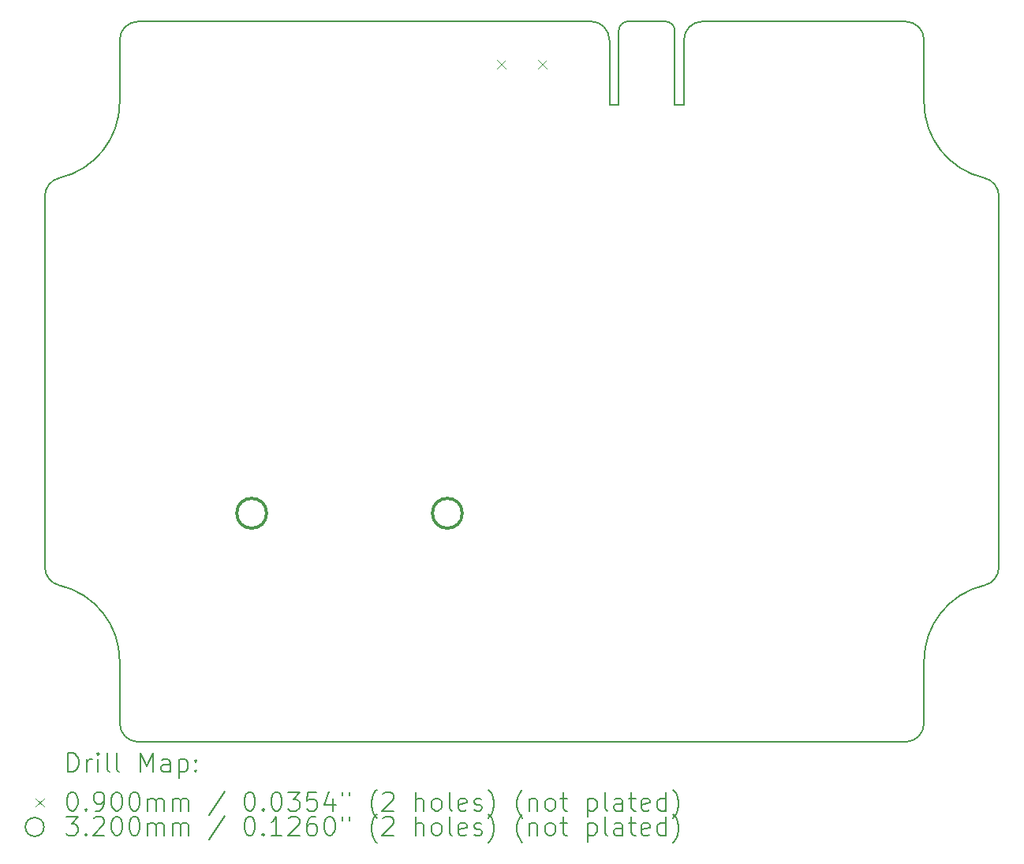
<source format=gbr>
%TF.GenerationSoftware,KiCad,Pcbnew,(6.0.8)*%
%TF.CreationDate,2023-04-20T14:40:46+02:00*%
%TF.ProjectId,scheda PSE,73636865-6461-4205-9053-452e6b696361,rev?*%
%TF.SameCoordinates,Original*%
%TF.FileFunction,Drillmap*%
%TF.FilePolarity,Positive*%
%FSLAX45Y45*%
G04 Gerber Fmt 4.5, Leading zero omitted, Abs format (unit mm)*
G04 Created by KiCad (PCBNEW (6.0.8)) date 2023-04-20 14:40:46*
%MOMM*%
%LPD*%
G01*
G04 APERTURE LIST*
%ADD10C,0.200000*%
%ADD11C,0.090000*%
%ADD12C,0.320000*%
G04 APERTURE END LIST*
D10*
X16290000Y-5830980D02*
X11433598Y-5830980D01*
X16590000Y-6730980D02*
X16590000Y-5930980D01*
X17090000Y-5830980D02*
X16690000Y-5830980D01*
X16490000Y-6030980D02*
X16490000Y-6730980D01*
X19666402Y-13569022D02*
G75*
G03*
X19866402Y-13369020I-2J200002D01*
G01*
X10430980Y-9700000D02*
X10430980Y-7707459D01*
X16490000Y-6030980D02*
G75*
G03*
X16290000Y-5830980I-200000J0D01*
G01*
X16690000Y-5830980D02*
G75*
G03*
X16590000Y-5930980I0J-100000D01*
G01*
X11233598Y-12700000D02*
X11233598Y-13369020D01*
X19666402Y-5830980D02*
X17490000Y-5830980D01*
X20669020Y-11692541D02*
X20669020Y-9700000D01*
X11433598Y-5830978D02*
G75*
G03*
X11233598Y-6030980I2J-200002D01*
G01*
X20669021Y-7707459D02*
G75*
G03*
X20513714Y-7512517I-200001J-1D01*
G01*
X19866402Y-13369020D02*
X19866402Y-12700000D01*
X17190000Y-6730980D02*
X17290000Y-6730980D01*
X10586286Y-7512517D02*
G75*
G03*
X11233598Y-6700000I-186286J812517D01*
G01*
X10586286Y-7512518D02*
G75*
G03*
X10430980Y-7707459I44694J-194942D01*
G01*
X17190000Y-5930980D02*
X17190000Y-6730980D01*
X11233598Y-6700000D02*
X11233598Y-6030980D01*
X10430979Y-11692541D02*
G75*
G03*
X10586286Y-11887483I200001J1D01*
G01*
X17290000Y-6730980D02*
X17290000Y-6030980D01*
X20669020Y-7707459D02*
X20669020Y-9700000D01*
X20513714Y-11887482D02*
G75*
G03*
X20669020Y-11692541I-44694J194942D01*
G01*
X20513714Y-11887483D02*
G75*
G03*
X19866402Y-12700000I186286J-812517D01*
G01*
X17190000Y-5930980D02*
G75*
G03*
X17090000Y-5830980I-100000J0D01*
G01*
X11433598Y-13569020D02*
X19666402Y-13569020D01*
X16490000Y-6730980D02*
X16590000Y-6730980D01*
X19866400Y-6030980D02*
G75*
G03*
X19666402Y-5830980I-200000J0D01*
G01*
X10430980Y-9700000D02*
X10430980Y-11692541D01*
X11233600Y-13369020D02*
G75*
G03*
X11433598Y-13569020I200000J0D01*
G01*
X17490000Y-5830980D02*
G75*
G03*
X17290000Y-6030980I0J-200000D01*
G01*
X19866402Y-6700000D02*
G75*
G03*
X20513714Y-7512517I833598J0D01*
G01*
X19866402Y-6030980D02*
X19866402Y-6700000D01*
X11233598Y-12700000D02*
G75*
G03*
X10586286Y-11887483I-833598J0D01*
G01*
D11*
X15285640Y-6246700D02*
X15375640Y-6336700D01*
X15375640Y-6246700D02*
X15285640Y-6336700D01*
X15725640Y-6246700D02*
X15815640Y-6336700D01*
X15815640Y-6246700D02*
X15725640Y-6336700D01*
D12*
X12810442Y-11113535D02*
G75*
G03*
X12810442Y-11113535I-160000J0D01*
G01*
X14910442Y-11113535D02*
G75*
G03*
X14910442Y-11113535I-160000J0D01*
G01*
D10*
X10678599Y-13889496D02*
X10678599Y-13689496D01*
X10726218Y-13689496D01*
X10754790Y-13699020D01*
X10773838Y-13718067D01*
X10783361Y-13737115D01*
X10792885Y-13775210D01*
X10792885Y-13803781D01*
X10783361Y-13841877D01*
X10773838Y-13860924D01*
X10754790Y-13879972D01*
X10726218Y-13889496D01*
X10678599Y-13889496D01*
X10878599Y-13889496D02*
X10878599Y-13756162D01*
X10878599Y-13794258D02*
X10888123Y-13775210D01*
X10897647Y-13765686D01*
X10916695Y-13756162D01*
X10935742Y-13756162D01*
X11002409Y-13889496D02*
X11002409Y-13756162D01*
X11002409Y-13689496D02*
X10992885Y-13699020D01*
X11002409Y-13708543D01*
X11011933Y-13699020D01*
X11002409Y-13689496D01*
X11002409Y-13708543D01*
X11126218Y-13889496D02*
X11107171Y-13879972D01*
X11097647Y-13860924D01*
X11097647Y-13689496D01*
X11230980Y-13889496D02*
X11211933Y-13879972D01*
X11202409Y-13860924D01*
X11202409Y-13689496D01*
X11459552Y-13889496D02*
X11459552Y-13689496D01*
X11526218Y-13832353D01*
X11592885Y-13689496D01*
X11592885Y-13889496D01*
X11773837Y-13889496D02*
X11773837Y-13784734D01*
X11764314Y-13765686D01*
X11745266Y-13756162D01*
X11707171Y-13756162D01*
X11688123Y-13765686D01*
X11773837Y-13879972D02*
X11754790Y-13889496D01*
X11707171Y-13889496D01*
X11688123Y-13879972D01*
X11678599Y-13860924D01*
X11678599Y-13841877D01*
X11688123Y-13822829D01*
X11707171Y-13813305D01*
X11754790Y-13813305D01*
X11773837Y-13803781D01*
X11869076Y-13756162D02*
X11869076Y-13956162D01*
X11869076Y-13765686D02*
X11888123Y-13756162D01*
X11926218Y-13756162D01*
X11945266Y-13765686D01*
X11954790Y-13775210D01*
X11964314Y-13794258D01*
X11964314Y-13851400D01*
X11954790Y-13870448D01*
X11945266Y-13879972D01*
X11926218Y-13889496D01*
X11888123Y-13889496D01*
X11869076Y-13879972D01*
X12050028Y-13870448D02*
X12059552Y-13879972D01*
X12050028Y-13889496D01*
X12040504Y-13879972D01*
X12050028Y-13870448D01*
X12050028Y-13889496D01*
X12050028Y-13765686D02*
X12059552Y-13775210D01*
X12050028Y-13784734D01*
X12040504Y-13775210D01*
X12050028Y-13765686D01*
X12050028Y-13784734D01*
D11*
X10330980Y-14174020D02*
X10420980Y-14264020D01*
X10420980Y-14174020D02*
X10330980Y-14264020D01*
D10*
X10716695Y-14109496D02*
X10735742Y-14109496D01*
X10754790Y-14119020D01*
X10764314Y-14128543D01*
X10773838Y-14147591D01*
X10783361Y-14185686D01*
X10783361Y-14233305D01*
X10773838Y-14271400D01*
X10764314Y-14290448D01*
X10754790Y-14299972D01*
X10735742Y-14309496D01*
X10716695Y-14309496D01*
X10697647Y-14299972D01*
X10688123Y-14290448D01*
X10678599Y-14271400D01*
X10669076Y-14233305D01*
X10669076Y-14185686D01*
X10678599Y-14147591D01*
X10688123Y-14128543D01*
X10697647Y-14119020D01*
X10716695Y-14109496D01*
X10869076Y-14290448D02*
X10878599Y-14299972D01*
X10869076Y-14309496D01*
X10859552Y-14299972D01*
X10869076Y-14290448D01*
X10869076Y-14309496D01*
X10973838Y-14309496D02*
X11011933Y-14309496D01*
X11030980Y-14299972D01*
X11040504Y-14290448D01*
X11059552Y-14261877D01*
X11069076Y-14223781D01*
X11069076Y-14147591D01*
X11059552Y-14128543D01*
X11050028Y-14119020D01*
X11030980Y-14109496D01*
X10992885Y-14109496D01*
X10973838Y-14119020D01*
X10964314Y-14128543D01*
X10954790Y-14147591D01*
X10954790Y-14195210D01*
X10964314Y-14214258D01*
X10973838Y-14223781D01*
X10992885Y-14233305D01*
X11030980Y-14233305D01*
X11050028Y-14223781D01*
X11059552Y-14214258D01*
X11069076Y-14195210D01*
X11192885Y-14109496D02*
X11211933Y-14109496D01*
X11230980Y-14119020D01*
X11240504Y-14128543D01*
X11250028Y-14147591D01*
X11259552Y-14185686D01*
X11259552Y-14233305D01*
X11250028Y-14271400D01*
X11240504Y-14290448D01*
X11230980Y-14299972D01*
X11211933Y-14309496D01*
X11192885Y-14309496D01*
X11173838Y-14299972D01*
X11164314Y-14290448D01*
X11154790Y-14271400D01*
X11145266Y-14233305D01*
X11145266Y-14185686D01*
X11154790Y-14147591D01*
X11164314Y-14128543D01*
X11173838Y-14119020D01*
X11192885Y-14109496D01*
X11383361Y-14109496D02*
X11402409Y-14109496D01*
X11421456Y-14119020D01*
X11430980Y-14128543D01*
X11440504Y-14147591D01*
X11450028Y-14185686D01*
X11450028Y-14233305D01*
X11440504Y-14271400D01*
X11430980Y-14290448D01*
X11421456Y-14299972D01*
X11402409Y-14309496D01*
X11383361Y-14309496D01*
X11364314Y-14299972D01*
X11354790Y-14290448D01*
X11345266Y-14271400D01*
X11335742Y-14233305D01*
X11335742Y-14185686D01*
X11345266Y-14147591D01*
X11354790Y-14128543D01*
X11364314Y-14119020D01*
X11383361Y-14109496D01*
X11535742Y-14309496D02*
X11535742Y-14176162D01*
X11535742Y-14195210D02*
X11545266Y-14185686D01*
X11564314Y-14176162D01*
X11592885Y-14176162D01*
X11611933Y-14185686D01*
X11621456Y-14204734D01*
X11621456Y-14309496D01*
X11621456Y-14204734D02*
X11630980Y-14185686D01*
X11650028Y-14176162D01*
X11678599Y-14176162D01*
X11697647Y-14185686D01*
X11707171Y-14204734D01*
X11707171Y-14309496D01*
X11802409Y-14309496D02*
X11802409Y-14176162D01*
X11802409Y-14195210D02*
X11811933Y-14185686D01*
X11830980Y-14176162D01*
X11859552Y-14176162D01*
X11878599Y-14185686D01*
X11888123Y-14204734D01*
X11888123Y-14309496D01*
X11888123Y-14204734D02*
X11897647Y-14185686D01*
X11916695Y-14176162D01*
X11945266Y-14176162D01*
X11964314Y-14185686D01*
X11973837Y-14204734D01*
X11973837Y-14309496D01*
X12364314Y-14099972D02*
X12192885Y-14357115D01*
X12621456Y-14109496D02*
X12640504Y-14109496D01*
X12659552Y-14119020D01*
X12669076Y-14128543D01*
X12678599Y-14147591D01*
X12688123Y-14185686D01*
X12688123Y-14233305D01*
X12678599Y-14271400D01*
X12669076Y-14290448D01*
X12659552Y-14299972D01*
X12640504Y-14309496D01*
X12621456Y-14309496D01*
X12602409Y-14299972D01*
X12592885Y-14290448D01*
X12583361Y-14271400D01*
X12573837Y-14233305D01*
X12573837Y-14185686D01*
X12583361Y-14147591D01*
X12592885Y-14128543D01*
X12602409Y-14119020D01*
X12621456Y-14109496D01*
X12773837Y-14290448D02*
X12783361Y-14299972D01*
X12773837Y-14309496D01*
X12764314Y-14299972D01*
X12773837Y-14290448D01*
X12773837Y-14309496D01*
X12907171Y-14109496D02*
X12926218Y-14109496D01*
X12945266Y-14119020D01*
X12954790Y-14128543D01*
X12964314Y-14147591D01*
X12973837Y-14185686D01*
X12973837Y-14233305D01*
X12964314Y-14271400D01*
X12954790Y-14290448D01*
X12945266Y-14299972D01*
X12926218Y-14309496D01*
X12907171Y-14309496D01*
X12888123Y-14299972D01*
X12878599Y-14290448D01*
X12869076Y-14271400D01*
X12859552Y-14233305D01*
X12859552Y-14185686D01*
X12869076Y-14147591D01*
X12878599Y-14128543D01*
X12888123Y-14119020D01*
X12907171Y-14109496D01*
X13040504Y-14109496D02*
X13164314Y-14109496D01*
X13097647Y-14185686D01*
X13126218Y-14185686D01*
X13145266Y-14195210D01*
X13154790Y-14204734D01*
X13164314Y-14223781D01*
X13164314Y-14271400D01*
X13154790Y-14290448D01*
X13145266Y-14299972D01*
X13126218Y-14309496D01*
X13069076Y-14309496D01*
X13050028Y-14299972D01*
X13040504Y-14290448D01*
X13345266Y-14109496D02*
X13250028Y-14109496D01*
X13240504Y-14204734D01*
X13250028Y-14195210D01*
X13269076Y-14185686D01*
X13316695Y-14185686D01*
X13335742Y-14195210D01*
X13345266Y-14204734D01*
X13354790Y-14223781D01*
X13354790Y-14271400D01*
X13345266Y-14290448D01*
X13335742Y-14299972D01*
X13316695Y-14309496D01*
X13269076Y-14309496D01*
X13250028Y-14299972D01*
X13240504Y-14290448D01*
X13526218Y-14176162D02*
X13526218Y-14309496D01*
X13478599Y-14099972D02*
X13430980Y-14242829D01*
X13554790Y-14242829D01*
X13621456Y-14109496D02*
X13621456Y-14147591D01*
X13697647Y-14109496D02*
X13697647Y-14147591D01*
X13992885Y-14385686D02*
X13983361Y-14376162D01*
X13964314Y-14347591D01*
X13954790Y-14328543D01*
X13945266Y-14299972D01*
X13935742Y-14252353D01*
X13935742Y-14214258D01*
X13945266Y-14166639D01*
X13954790Y-14138067D01*
X13964314Y-14119020D01*
X13983361Y-14090448D01*
X13992885Y-14080924D01*
X14059552Y-14128543D02*
X14069076Y-14119020D01*
X14088123Y-14109496D01*
X14135742Y-14109496D01*
X14154790Y-14119020D01*
X14164314Y-14128543D01*
X14173837Y-14147591D01*
X14173837Y-14166639D01*
X14164314Y-14195210D01*
X14050028Y-14309496D01*
X14173837Y-14309496D01*
X14411933Y-14309496D02*
X14411933Y-14109496D01*
X14497647Y-14309496D02*
X14497647Y-14204734D01*
X14488123Y-14185686D01*
X14469076Y-14176162D01*
X14440504Y-14176162D01*
X14421456Y-14185686D01*
X14411933Y-14195210D01*
X14621456Y-14309496D02*
X14602409Y-14299972D01*
X14592885Y-14290448D01*
X14583361Y-14271400D01*
X14583361Y-14214258D01*
X14592885Y-14195210D01*
X14602409Y-14185686D01*
X14621456Y-14176162D01*
X14650028Y-14176162D01*
X14669076Y-14185686D01*
X14678599Y-14195210D01*
X14688123Y-14214258D01*
X14688123Y-14271400D01*
X14678599Y-14290448D01*
X14669076Y-14299972D01*
X14650028Y-14309496D01*
X14621456Y-14309496D01*
X14802409Y-14309496D02*
X14783361Y-14299972D01*
X14773837Y-14280924D01*
X14773837Y-14109496D01*
X14954790Y-14299972D02*
X14935742Y-14309496D01*
X14897647Y-14309496D01*
X14878599Y-14299972D01*
X14869076Y-14280924D01*
X14869076Y-14204734D01*
X14878599Y-14185686D01*
X14897647Y-14176162D01*
X14935742Y-14176162D01*
X14954790Y-14185686D01*
X14964314Y-14204734D01*
X14964314Y-14223781D01*
X14869076Y-14242829D01*
X15040504Y-14299972D02*
X15059552Y-14309496D01*
X15097647Y-14309496D01*
X15116695Y-14299972D01*
X15126218Y-14280924D01*
X15126218Y-14271400D01*
X15116695Y-14252353D01*
X15097647Y-14242829D01*
X15069076Y-14242829D01*
X15050028Y-14233305D01*
X15040504Y-14214258D01*
X15040504Y-14204734D01*
X15050028Y-14185686D01*
X15069076Y-14176162D01*
X15097647Y-14176162D01*
X15116695Y-14185686D01*
X15192885Y-14385686D02*
X15202409Y-14376162D01*
X15221456Y-14347591D01*
X15230980Y-14328543D01*
X15240504Y-14299972D01*
X15250028Y-14252353D01*
X15250028Y-14214258D01*
X15240504Y-14166639D01*
X15230980Y-14138067D01*
X15221456Y-14119020D01*
X15202409Y-14090448D01*
X15192885Y-14080924D01*
X15554790Y-14385686D02*
X15545266Y-14376162D01*
X15526218Y-14347591D01*
X15516695Y-14328543D01*
X15507171Y-14299972D01*
X15497647Y-14252353D01*
X15497647Y-14214258D01*
X15507171Y-14166639D01*
X15516695Y-14138067D01*
X15526218Y-14119020D01*
X15545266Y-14090448D01*
X15554790Y-14080924D01*
X15630980Y-14176162D02*
X15630980Y-14309496D01*
X15630980Y-14195210D02*
X15640504Y-14185686D01*
X15659552Y-14176162D01*
X15688123Y-14176162D01*
X15707171Y-14185686D01*
X15716695Y-14204734D01*
X15716695Y-14309496D01*
X15840504Y-14309496D02*
X15821456Y-14299972D01*
X15811933Y-14290448D01*
X15802409Y-14271400D01*
X15802409Y-14214258D01*
X15811933Y-14195210D01*
X15821456Y-14185686D01*
X15840504Y-14176162D01*
X15869076Y-14176162D01*
X15888123Y-14185686D01*
X15897647Y-14195210D01*
X15907171Y-14214258D01*
X15907171Y-14271400D01*
X15897647Y-14290448D01*
X15888123Y-14299972D01*
X15869076Y-14309496D01*
X15840504Y-14309496D01*
X15964314Y-14176162D02*
X16040504Y-14176162D01*
X15992885Y-14109496D02*
X15992885Y-14280924D01*
X16002409Y-14299972D01*
X16021456Y-14309496D01*
X16040504Y-14309496D01*
X16259552Y-14176162D02*
X16259552Y-14376162D01*
X16259552Y-14185686D02*
X16278599Y-14176162D01*
X16316695Y-14176162D01*
X16335742Y-14185686D01*
X16345266Y-14195210D01*
X16354790Y-14214258D01*
X16354790Y-14271400D01*
X16345266Y-14290448D01*
X16335742Y-14299972D01*
X16316695Y-14309496D01*
X16278599Y-14309496D01*
X16259552Y-14299972D01*
X16469076Y-14309496D02*
X16450028Y-14299972D01*
X16440504Y-14280924D01*
X16440504Y-14109496D01*
X16630980Y-14309496D02*
X16630980Y-14204734D01*
X16621456Y-14185686D01*
X16602409Y-14176162D01*
X16564314Y-14176162D01*
X16545266Y-14185686D01*
X16630980Y-14299972D02*
X16611933Y-14309496D01*
X16564314Y-14309496D01*
X16545266Y-14299972D01*
X16535742Y-14280924D01*
X16535742Y-14261877D01*
X16545266Y-14242829D01*
X16564314Y-14233305D01*
X16611933Y-14233305D01*
X16630980Y-14223781D01*
X16697647Y-14176162D02*
X16773837Y-14176162D01*
X16726218Y-14109496D02*
X16726218Y-14280924D01*
X16735742Y-14299972D01*
X16754790Y-14309496D01*
X16773837Y-14309496D01*
X16916695Y-14299972D02*
X16897647Y-14309496D01*
X16859552Y-14309496D01*
X16840504Y-14299972D01*
X16830980Y-14280924D01*
X16830980Y-14204734D01*
X16840504Y-14185686D01*
X16859552Y-14176162D01*
X16897647Y-14176162D01*
X16916695Y-14185686D01*
X16926218Y-14204734D01*
X16926218Y-14223781D01*
X16830980Y-14242829D01*
X17097647Y-14309496D02*
X17097647Y-14109496D01*
X17097647Y-14299972D02*
X17078599Y-14309496D01*
X17040504Y-14309496D01*
X17021457Y-14299972D01*
X17011933Y-14290448D01*
X17002409Y-14271400D01*
X17002409Y-14214258D01*
X17011933Y-14195210D01*
X17021457Y-14185686D01*
X17040504Y-14176162D01*
X17078599Y-14176162D01*
X17097647Y-14185686D01*
X17173838Y-14385686D02*
X17183361Y-14376162D01*
X17202409Y-14347591D01*
X17211933Y-14328543D01*
X17221457Y-14299972D01*
X17230980Y-14252353D01*
X17230980Y-14214258D01*
X17221457Y-14166639D01*
X17211933Y-14138067D01*
X17202409Y-14119020D01*
X17183361Y-14090448D01*
X17173838Y-14080924D01*
X10420980Y-14483020D02*
G75*
G03*
X10420980Y-14483020I-100000J0D01*
G01*
X10659552Y-14373496D02*
X10783361Y-14373496D01*
X10716695Y-14449686D01*
X10745266Y-14449686D01*
X10764314Y-14459210D01*
X10773838Y-14468734D01*
X10783361Y-14487781D01*
X10783361Y-14535400D01*
X10773838Y-14554448D01*
X10764314Y-14563972D01*
X10745266Y-14573496D01*
X10688123Y-14573496D01*
X10669076Y-14563972D01*
X10659552Y-14554448D01*
X10869076Y-14554448D02*
X10878599Y-14563972D01*
X10869076Y-14573496D01*
X10859552Y-14563972D01*
X10869076Y-14554448D01*
X10869076Y-14573496D01*
X10954790Y-14392543D02*
X10964314Y-14383020D01*
X10983361Y-14373496D01*
X11030980Y-14373496D01*
X11050028Y-14383020D01*
X11059552Y-14392543D01*
X11069076Y-14411591D01*
X11069076Y-14430639D01*
X11059552Y-14459210D01*
X10945266Y-14573496D01*
X11069076Y-14573496D01*
X11192885Y-14373496D02*
X11211933Y-14373496D01*
X11230980Y-14383020D01*
X11240504Y-14392543D01*
X11250028Y-14411591D01*
X11259552Y-14449686D01*
X11259552Y-14497305D01*
X11250028Y-14535400D01*
X11240504Y-14554448D01*
X11230980Y-14563972D01*
X11211933Y-14573496D01*
X11192885Y-14573496D01*
X11173838Y-14563972D01*
X11164314Y-14554448D01*
X11154790Y-14535400D01*
X11145266Y-14497305D01*
X11145266Y-14449686D01*
X11154790Y-14411591D01*
X11164314Y-14392543D01*
X11173838Y-14383020D01*
X11192885Y-14373496D01*
X11383361Y-14373496D02*
X11402409Y-14373496D01*
X11421456Y-14383020D01*
X11430980Y-14392543D01*
X11440504Y-14411591D01*
X11450028Y-14449686D01*
X11450028Y-14497305D01*
X11440504Y-14535400D01*
X11430980Y-14554448D01*
X11421456Y-14563972D01*
X11402409Y-14573496D01*
X11383361Y-14573496D01*
X11364314Y-14563972D01*
X11354790Y-14554448D01*
X11345266Y-14535400D01*
X11335742Y-14497305D01*
X11335742Y-14449686D01*
X11345266Y-14411591D01*
X11354790Y-14392543D01*
X11364314Y-14383020D01*
X11383361Y-14373496D01*
X11535742Y-14573496D02*
X11535742Y-14440162D01*
X11535742Y-14459210D02*
X11545266Y-14449686D01*
X11564314Y-14440162D01*
X11592885Y-14440162D01*
X11611933Y-14449686D01*
X11621456Y-14468734D01*
X11621456Y-14573496D01*
X11621456Y-14468734D02*
X11630980Y-14449686D01*
X11650028Y-14440162D01*
X11678599Y-14440162D01*
X11697647Y-14449686D01*
X11707171Y-14468734D01*
X11707171Y-14573496D01*
X11802409Y-14573496D02*
X11802409Y-14440162D01*
X11802409Y-14459210D02*
X11811933Y-14449686D01*
X11830980Y-14440162D01*
X11859552Y-14440162D01*
X11878599Y-14449686D01*
X11888123Y-14468734D01*
X11888123Y-14573496D01*
X11888123Y-14468734D02*
X11897647Y-14449686D01*
X11916695Y-14440162D01*
X11945266Y-14440162D01*
X11964314Y-14449686D01*
X11973837Y-14468734D01*
X11973837Y-14573496D01*
X12364314Y-14363972D02*
X12192885Y-14621115D01*
X12621456Y-14373496D02*
X12640504Y-14373496D01*
X12659552Y-14383020D01*
X12669076Y-14392543D01*
X12678599Y-14411591D01*
X12688123Y-14449686D01*
X12688123Y-14497305D01*
X12678599Y-14535400D01*
X12669076Y-14554448D01*
X12659552Y-14563972D01*
X12640504Y-14573496D01*
X12621456Y-14573496D01*
X12602409Y-14563972D01*
X12592885Y-14554448D01*
X12583361Y-14535400D01*
X12573837Y-14497305D01*
X12573837Y-14449686D01*
X12583361Y-14411591D01*
X12592885Y-14392543D01*
X12602409Y-14383020D01*
X12621456Y-14373496D01*
X12773837Y-14554448D02*
X12783361Y-14563972D01*
X12773837Y-14573496D01*
X12764314Y-14563972D01*
X12773837Y-14554448D01*
X12773837Y-14573496D01*
X12973837Y-14573496D02*
X12859552Y-14573496D01*
X12916695Y-14573496D02*
X12916695Y-14373496D01*
X12897647Y-14402067D01*
X12878599Y-14421115D01*
X12859552Y-14430639D01*
X13050028Y-14392543D02*
X13059552Y-14383020D01*
X13078599Y-14373496D01*
X13126218Y-14373496D01*
X13145266Y-14383020D01*
X13154790Y-14392543D01*
X13164314Y-14411591D01*
X13164314Y-14430639D01*
X13154790Y-14459210D01*
X13040504Y-14573496D01*
X13164314Y-14573496D01*
X13335742Y-14373496D02*
X13297647Y-14373496D01*
X13278599Y-14383020D01*
X13269076Y-14392543D01*
X13250028Y-14421115D01*
X13240504Y-14459210D01*
X13240504Y-14535400D01*
X13250028Y-14554448D01*
X13259552Y-14563972D01*
X13278599Y-14573496D01*
X13316695Y-14573496D01*
X13335742Y-14563972D01*
X13345266Y-14554448D01*
X13354790Y-14535400D01*
X13354790Y-14487781D01*
X13345266Y-14468734D01*
X13335742Y-14459210D01*
X13316695Y-14449686D01*
X13278599Y-14449686D01*
X13259552Y-14459210D01*
X13250028Y-14468734D01*
X13240504Y-14487781D01*
X13478599Y-14373496D02*
X13497647Y-14373496D01*
X13516695Y-14383020D01*
X13526218Y-14392543D01*
X13535742Y-14411591D01*
X13545266Y-14449686D01*
X13545266Y-14497305D01*
X13535742Y-14535400D01*
X13526218Y-14554448D01*
X13516695Y-14563972D01*
X13497647Y-14573496D01*
X13478599Y-14573496D01*
X13459552Y-14563972D01*
X13450028Y-14554448D01*
X13440504Y-14535400D01*
X13430980Y-14497305D01*
X13430980Y-14449686D01*
X13440504Y-14411591D01*
X13450028Y-14392543D01*
X13459552Y-14383020D01*
X13478599Y-14373496D01*
X13621456Y-14373496D02*
X13621456Y-14411591D01*
X13697647Y-14373496D02*
X13697647Y-14411591D01*
X13992885Y-14649686D02*
X13983361Y-14640162D01*
X13964314Y-14611591D01*
X13954790Y-14592543D01*
X13945266Y-14563972D01*
X13935742Y-14516353D01*
X13935742Y-14478258D01*
X13945266Y-14430639D01*
X13954790Y-14402067D01*
X13964314Y-14383020D01*
X13983361Y-14354448D01*
X13992885Y-14344924D01*
X14059552Y-14392543D02*
X14069076Y-14383020D01*
X14088123Y-14373496D01*
X14135742Y-14373496D01*
X14154790Y-14383020D01*
X14164314Y-14392543D01*
X14173837Y-14411591D01*
X14173837Y-14430639D01*
X14164314Y-14459210D01*
X14050028Y-14573496D01*
X14173837Y-14573496D01*
X14411933Y-14573496D02*
X14411933Y-14373496D01*
X14497647Y-14573496D02*
X14497647Y-14468734D01*
X14488123Y-14449686D01*
X14469076Y-14440162D01*
X14440504Y-14440162D01*
X14421456Y-14449686D01*
X14411933Y-14459210D01*
X14621456Y-14573496D02*
X14602409Y-14563972D01*
X14592885Y-14554448D01*
X14583361Y-14535400D01*
X14583361Y-14478258D01*
X14592885Y-14459210D01*
X14602409Y-14449686D01*
X14621456Y-14440162D01*
X14650028Y-14440162D01*
X14669076Y-14449686D01*
X14678599Y-14459210D01*
X14688123Y-14478258D01*
X14688123Y-14535400D01*
X14678599Y-14554448D01*
X14669076Y-14563972D01*
X14650028Y-14573496D01*
X14621456Y-14573496D01*
X14802409Y-14573496D02*
X14783361Y-14563972D01*
X14773837Y-14544924D01*
X14773837Y-14373496D01*
X14954790Y-14563972D02*
X14935742Y-14573496D01*
X14897647Y-14573496D01*
X14878599Y-14563972D01*
X14869076Y-14544924D01*
X14869076Y-14468734D01*
X14878599Y-14449686D01*
X14897647Y-14440162D01*
X14935742Y-14440162D01*
X14954790Y-14449686D01*
X14964314Y-14468734D01*
X14964314Y-14487781D01*
X14869076Y-14506829D01*
X15040504Y-14563972D02*
X15059552Y-14573496D01*
X15097647Y-14573496D01*
X15116695Y-14563972D01*
X15126218Y-14544924D01*
X15126218Y-14535400D01*
X15116695Y-14516353D01*
X15097647Y-14506829D01*
X15069076Y-14506829D01*
X15050028Y-14497305D01*
X15040504Y-14478258D01*
X15040504Y-14468734D01*
X15050028Y-14449686D01*
X15069076Y-14440162D01*
X15097647Y-14440162D01*
X15116695Y-14449686D01*
X15192885Y-14649686D02*
X15202409Y-14640162D01*
X15221456Y-14611591D01*
X15230980Y-14592543D01*
X15240504Y-14563972D01*
X15250028Y-14516353D01*
X15250028Y-14478258D01*
X15240504Y-14430639D01*
X15230980Y-14402067D01*
X15221456Y-14383020D01*
X15202409Y-14354448D01*
X15192885Y-14344924D01*
X15554790Y-14649686D02*
X15545266Y-14640162D01*
X15526218Y-14611591D01*
X15516695Y-14592543D01*
X15507171Y-14563972D01*
X15497647Y-14516353D01*
X15497647Y-14478258D01*
X15507171Y-14430639D01*
X15516695Y-14402067D01*
X15526218Y-14383020D01*
X15545266Y-14354448D01*
X15554790Y-14344924D01*
X15630980Y-14440162D02*
X15630980Y-14573496D01*
X15630980Y-14459210D02*
X15640504Y-14449686D01*
X15659552Y-14440162D01*
X15688123Y-14440162D01*
X15707171Y-14449686D01*
X15716695Y-14468734D01*
X15716695Y-14573496D01*
X15840504Y-14573496D02*
X15821456Y-14563972D01*
X15811933Y-14554448D01*
X15802409Y-14535400D01*
X15802409Y-14478258D01*
X15811933Y-14459210D01*
X15821456Y-14449686D01*
X15840504Y-14440162D01*
X15869076Y-14440162D01*
X15888123Y-14449686D01*
X15897647Y-14459210D01*
X15907171Y-14478258D01*
X15907171Y-14535400D01*
X15897647Y-14554448D01*
X15888123Y-14563972D01*
X15869076Y-14573496D01*
X15840504Y-14573496D01*
X15964314Y-14440162D02*
X16040504Y-14440162D01*
X15992885Y-14373496D02*
X15992885Y-14544924D01*
X16002409Y-14563972D01*
X16021456Y-14573496D01*
X16040504Y-14573496D01*
X16259552Y-14440162D02*
X16259552Y-14640162D01*
X16259552Y-14449686D02*
X16278599Y-14440162D01*
X16316695Y-14440162D01*
X16335742Y-14449686D01*
X16345266Y-14459210D01*
X16354790Y-14478258D01*
X16354790Y-14535400D01*
X16345266Y-14554448D01*
X16335742Y-14563972D01*
X16316695Y-14573496D01*
X16278599Y-14573496D01*
X16259552Y-14563972D01*
X16469076Y-14573496D02*
X16450028Y-14563972D01*
X16440504Y-14544924D01*
X16440504Y-14373496D01*
X16630980Y-14573496D02*
X16630980Y-14468734D01*
X16621456Y-14449686D01*
X16602409Y-14440162D01*
X16564314Y-14440162D01*
X16545266Y-14449686D01*
X16630980Y-14563972D02*
X16611933Y-14573496D01*
X16564314Y-14573496D01*
X16545266Y-14563972D01*
X16535742Y-14544924D01*
X16535742Y-14525877D01*
X16545266Y-14506829D01*
X16564314Y-14497305D01*
X16611933Y-14497305D01*
X16630980Y-14487781D01*
X16697647Y-14440162D02*
X16773837Y-14440162D01*
X16726218Y-14373496D02*
X16726218Y-14544924D01*
X16735742Y-14563972D01*
X16754790Y-14573496D01*
X16773837Y-14573496D01*
X16916695Y-14563972D02*
X16897647Y-14573496D01*
X16859552Y-14573496D01*
X16840504Y-14563972D01*
X16830980Y-14544924D01*
X16830980Y-14468734D01*
X16840504Y-14449686D01*
X16859552Y-14440162D01*
X16897647Y-14440162D01*
X16916695Y-14449686D01*
X16926218Y-14468734D01*
X16926218Y-14487781D01*
X16830980Y-14506829D01*
X17097647Y-14573496D02*
X17097647Y-14373496D01*
X17097647Y-14563972D02*
X17078599Y-14573496D01*
X17040504Y-14573496D01*
X17021457Y-14563972D01*
X17011933Y-14554448D01*
X17002409Y-14535400D01*
X17002409Y-14478258D01*
X17011933Y-14459210D01*
X17021457Y-14449686D01*
X17040504Y-14440162D01*
X17078599Y-14440162D01*
X17097647Y-14449686D01*
X17173838Y-14649686D02*
X17183361Y-14640162D01*
X17202409Y-14611591D01*
X17211933Y-14592543D01*
X17221457Y-14563972D01*
X17230980Y-14516353D01*
X17230980Y-14478258D01*
X17221457Y-14430639D01*
X17211933Y-14402067D01*
X17202409Y-14383020D01*
X17183361Y-14354448D01*
X17173838Y-14344924D01*
M02*

</source>
